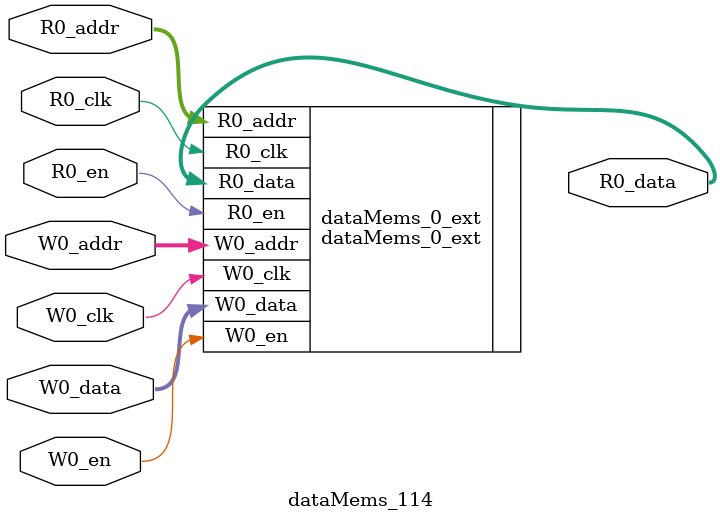
<source format=sv>
`ifndef RANDOMIZE
  `ifdef RANDOMIZE_REG_INIT
    `define RANDOMIZE
  `endif // RANDOMIZE_REG_INIT
`endif // not def RANDOMIZE
`ifndef RANDOMIZE
  `ifdef RANDOMIZE_MEM_INIT
    `define RANDOMIZE
  `endif // RANDOMIZE_MEM_INIT
`endif // not def RANDOMIZE

`ifndef RANDOM
  `define RANDOM $random
`endif // not def RANDOM

// Users can define 'PRINTF_COND' to add an extra gate to prints.
`ifndef PRINTF_COND_
  `ifdef PRINTF_COND
    `define PRINTF_COND_ (`PRINTF_COND)
  `else  // PRINTF_COND
    `define PRINTF_COND_ 1
  `endif // PRINTF_COND
`endif // not def PRINTF_COND_

// Users can define 'ASSERT_VERBOSE_COND' to add an extra gate to assert error printing.
`ifndef ASSERT_VERBOSE_COND_
  `ifdef ASSERT_VERBOSE_COND
    `define ASSERT_VERBOSE_COND_ (`ASSERT_VERBOSE_COND)
  `else  // ASSERT_VERBOSE_COND
    `define ASSERT_VERBOSE_COND_ 1
  `endif // ASSERT_VERBOSE_COND
`endif // not def ASSERT_VERBOSE_COND_

// Users can define 'STOP_COND' to add an extra gate to stop conditions.
`ifndef STOP_COND_
  `ifdef STOP_COND
    `define STOP_COND_ (`STOP_COND)
  `else  // STOP_COND
    `define STOP_COND_ 1
  `endif // STOP_COND
`endif // not def STOP_COND_

// Users can define INIT_RANDOM as general code that gets injected into the
// initializer block for modules with registers.
`ifndef INIT_RANDOM
  `define INIT_RANDOM
`endif // not def INIT_RANDOM

// If using random initialization, you can also define RANDOMIZE_DELAY to
// customize the delay used, otherwise 0.002 is used.
`ifndef RANDOMIZE_DELAY
  `define RANDOMIZE_DELAY 0.002
`endif // not def RANDOMIZE_DELAY

// Define INIT_RANDOM_PROLOG_ for use in our modules below.
`ifndef INIT_RANDOM_PROLOG_
  `ifdef RANDOMIZE
    `ifdef VERILATOR
      `define INIT_RANDOM_PROLOG_ `INIT_RANDOM
    `else  // VERILATOR
      `define INIT_RANDOM_PROLOG_ `INIT_RANDOM #`RANDOMIZE_DELAY begin end
    `endif // VERILATOR
  `else  // RANDOMIZE
    `define INIT_RANDOM_PROLOG_
  `endif // RANDOMIZE
`endif // not def INIT_RANDOM_PROLOG_

// Include register initializers in init blocks unless synthesis is set
`ifndef SYNTHESIS
  `ifndef ENABLE_INITIAL_REG_
    `define ENABLE_INITIAL_REG_
  `endif // not def ENABLE_INITIAL_REG_
`endif // not def SYNTHESIS

// Include rmemory initializers in init blocks unless synthesis is set
`ifndef SYNTHESIS
  `ifndef ENABLE_INITIAL_MEM_
    `define ENABLE_INITIAL_MEM_
  `endif // not def ENABLE_INITIAL_MEM_
`endif // not def SYNTHESIS

module dataMems_114(	// @[generators/ara/src/main/scala/UnsafeAXI4ToTL.scala:365:62]
  input  [4:0]   R0_addr,
  input          R0_en,
  input          R0_clk,
  output [258:0] R0_data,
  input  [4:0]   W0_addr,
  input          W0_en,
  input          W0_clk,
  input  [258:0] W0_data
);

  dataMems_0_ext dataMems_0_ext (	// @[generators/ara/src/main/scala/UnsafeAXI4ToTL.scala:365:62]
    .R0_addr (R0_addr),
    .R0_en   (R0_en),
    .R0_clk  (R0_clk),
    .R0_data (R0_data),
    .W0_addr (W0_addr),
    .W0_en   (W0_en),
    .W0_clk  (W0_clk),
    .W0_data (W0_data)
  );
endmodule


</source>
